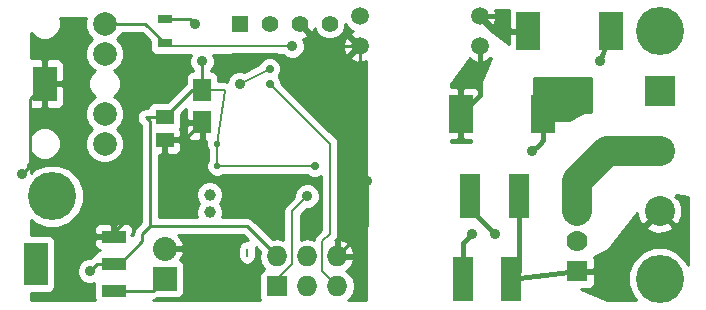
<source format=gbl>
%FSLAX34Y34*%
G04 Gerber Fmt 3.4, Leading zero omitted, Abs format*
G04 (created by PCBNEW (2014-jan-25)-product) date Thu 28 May 2015 05:52:09 PM EDT*
%MOIN*%
G01*
G70*
G90*
G04 APERTURE LIST*
%ADD10C,0.005906*%
%ADD11R,0.059000X0.051200*%
%ADD12R,0.059100X0.076800*%
%ADD13R,0.070900X0.145700*%
%ADD14R,0.100000X0.100000*%
%ADD15C,0.100000*%
%ADD16R,0.078740X0.118110*%
%ADD17C,0.078740*%
%ADD18R,0.055000X0.055000*%
%ADD19C,0.055000*%
%ADD20R,0.068000X0.068000*%
%ADD21O,0.068000X0.068000*%
%ADD22R,0.047200X0.031500*%
%ADD23R,0.078700X0.126000*%
%ADD24R,0.080000X0.144000*%
%ADD25R,0.080000X0.040000*%
%ADD26C,0.070000*%
%ADD27R,0.070000X0.070000*%
%ADD28C,0.059055*%
%ADD29C,0.039400*%
%ADD30R,0.080000X0.080000*%
%ADD31O,0.080000X0.080000*%
%ADD32C,0.160000*%
%ADD33C,0.035000*%
%ADD34C,0.022000*%
%ADD35C,0.028000*%
%ADD36C,0.007992*%
%ADD37C,0.010000*%
%ADD38C,0.015748*%
%ADD39C,0.098425*%
G04 APERTURE END LIST*
G54D10*
G54D11*
X38250Y-57875D03*
X38250Y-57125D03*
G54D12*
X39500Y-57285D03*
X39500Y-56215D03*
G54D13*
X49807Y-62500D03*
X48193Y-62500D03*
X50057Y-59750D03*
X48443Y-59750D03*
G54D14*
X54750Y-56250D03*
G54D15*
X54750Y-58250D03*
X54750Y-60250D03*
G54D16*
X34250Y-56000D03*
G54D17*
X36250Y-55000D03*
X36250Y-54000D03*
X36250Y-57000D03*
X36250Y-58000D03*
G54D18*
X40750Y-54000D03*
G54D19*
X41750Y-54000D03*
X42750Y-54000D03*
X43750Y-54000D03*
G54D20*
X42000Y-62750D03*
G54D21*
X43000Y-62750D03*
X44000Y-62750D03*
X44000Y-61750D03*
X43000Y-61750D03*
X42000Y-61750D03*
G54D22*
X38250Y-54644D03*
X38250Y-53856D03*
G54D23*
X53128Y-54250D03*
X50372Y-54250D03*
X50878Y-57000D03*
X48122Y-57000D03*
G54D24*
X33950Y-62000D03*
G54D25*
X36550Y-62000D03*
X36550Y-62900D03*
X36550Y-61100D03*
G54D26*
X52000Y-60250D03*
X52000Y-61250D03*
G54D27*
X52000Y-62250D03*
G54D28*
X48750Y-53750D03*
X48750Y-54750D03*
X44750Y-54750D03*
X44750Y-53750D03*
G54D29*
X39750Y-59705D03*
X39750Y-60295D03*
G54D30*
X38250Y-62500D03*
G54D31*
X38250Y-61500D03*
G54D32*
X34500Y-59750D03*
X54750Y-62500D03*
X54750Y-54250D03*
G54D33*
X45000Y-59250D03*
X44000Y-56000D03*
X37250Y-60250D03*
X38250Y-60000D03*
X33500Y-59000D03*
G54D34*
X39250Y-58750D03*
X33750Y-58750D03*
X41250Y-60000D03*
X41000Y-62250D03*
X40250Y-55250D03*
X38750Y-55250D03*
X37000Y-59000D03*
G54D35*
X43250Y-58742D03*
G54D33*
X39500Y-55250D03*
X39250Y-54000D03*
X35750Y-62250D03*
G54D34*
X40000Y-58000D03*
X40000Y-58750D03*
G54D33*
X48500Y-61000D03*
X49250Y-61000D03*
X50500Y-58250D03*
X52750Y-55250D03*
G54D35*
X41750Y-56000D03*
G54D33*
X40750Y-56000D03*
G54D35*
X41750Y-55500D03*
G54D33*
X42500Y-54750D03*
X43000Y-59750D03*
G54D36*
X41000Y-61750D02*
X41000Y-61500D01*
G54D37*
X44000Y-61750D02*
X45000Y-60750D01*
X45000Y-60750D02*
X45000Y-59250D01*
X42750Y-54000D02*
X43500Y-54750D01*
X43500Y-54750D02*
X44750Y-54750D01*
X44750Y-54750D02*
X44750Y-55250D01*
X44750Y-55250D02*
X44000Y-56000D01*
X37250Y-60250D02*
X36550Y-60950D01*
X36550Y-60950D02*
X36550Y-61100D01*
X38250Y-57875D02*
X38250Y-60000D01*
X38250Y-57875D02*
X38910Y-57875D01*
X38910Y-57875D02*
X39500Y-57285D01*
X33750Y-56500D02*
X34250Y-56000D01*
X33750Y-58750D02*
X33750Y-56500D01*
X33500Y-59000D02*
X33750Y-58750D01*
G54D36*
X38750Y-61500D02*
X38250Y-61500D01*
X39500Y-62250D02*
X41000Y-62250D01*
X38750Y-61500D02*
X39500Y-62250D01*
X41750Y-60000D02*
X41250Y-60000D01*
X40750Y-60000D02*
X40000Y-59250D01*
X40000Y-59250D02*
X39000Y-59250D01*
X39000Y-59250D02*
X38250Y-60000D01*
X41250Y-60000D02*
X40750Y-60000D01*
X42750Y-55500D02*
X42500Y-55500D01*
X42500Y-55500D02*
X42000Y-55000D01*
X42000Y-55000D02*
X40500Y-55000D01*
X40500Y-55000D02*
X40250Y-55250D01*
X38750Y-55250D02*
X38000Y-56000D01*
X38000Y-56000D02*
X37750Y-56000D01*
X37750Y-56000D02*
X37000Y-56750D01*
X37000Y-56750D02*
X37000Y-59000D01*
X43500Y-54750D02*
X42750Y-55500D01*
X40215Y-56215D02*
X39500Y-56215D01*
X40250Y-56250D02*
X40215Y-56215D01*
X40000Y-58000D02*
X40250Y-56250D01*
X40000Y-58750D02*
X43250Y-58750D01*
X43250Y-58750D02*
X43250Y-58742D01*
G54D37*
X38250Y-57125D02*
X37625Y-57125D01*
X37750Y-57250D02*
X37750Y-60750D01*
X37625Y-57125D02*
X37750Y-57250D01*
X36550Y-62000D02*
X36750Y-62000D01*
X36750Y-62000D02*
X37500Y-61250D01*
X37500Y-61250D02*
X37500Y-61000D01*
X37500Y-61000D02*
X37750Y-60750D01*
X41000Y-60750D02*
X42000Y-61750D01*
X37750Y-60750D02*
X41000Y-60750D01*
X39500Y-55250D02*
X39500Y-56215D01*
X39106Y-53856D02*
X38250Y-53856D01*
X39250Y-54000D02*
X39106Y-53856D01*
X39500Y-56215D02*
X39160Y-56215D01*
X39160Y-56215D02*
X38250Y-57125D01*
X36000Y-62000D02*
X36550Y-62000D01*
X35750Y-62250D02*
X36000Y-62000D01*
G54D36*
X40000Y-58750D02*
X40000Y-58000D01*
G54D38*
X50057Y-62250D02*
X50057Y-59750D01*
X49807Y-62500D02*
X50057Y-62250D01*
X52000Y-62250D02*
X49807Y-62500D01*
X48193Y-61307D02*
X48500Y-61000D01*
X48193Y-62500D02*
X48193Y-61307D01*
X48443Y-60193D02*
X48443Y-59750D01*
X49250Y-61000D02*
X48443Y-60193D01*
X50878Y-57872D02*
X50878Y-57000D01*
X50500Y-58250D02*
X50750Y-58000D01*
X50750Y-58000D02*
X50878Y-57872D01*
X52750Y-55250D02*
X53128Y-54250D01*
G54D39*
X52000Y-59250D02*
X53000Y-58250D01*
X53000Y-58250D02*
X54750Y-58250D01*
X52000Y-60250D02*
X52000Y-59250D01*
G54D36*
X43500Y-57750D02*
X43750Y-58000D01*
X43750Y-61000D02*
X43500Y-61250D01*
X43750Y-58000D02*
X43750Y-61000D01*
X43500Y-62250D02*
X44000Y-62750D01*
X43500Y-61250D02*
X43500Y-62250D01*
X41750Y-56000D02*
X43500Y-57750D01*
X40750Y-56000D02*
X41750Y-55500D01*
X42500Y-54750D02*
X38356Y-54750D01*
X38356Y-54750D02*
X38250Y-54644D01*
G54D37*
X36250Y-54000D02*
X37606Y-54000D01*
X37606Y-54000D02*
X38250Y-54644D01*
G54D36*
X42000Y-62750D02*
X42000Y-62500D01*
X42000Y-62500D02*
X42500Y-62000D01*
X42500Y-62000D02*
X42500Y-60250D01*
X42500Y-60250D02*
X43000Y-59750D01*
G54D37*
X36550Y-62900D02*
X37850Y-62900D01*
X37850Y-62900D02*
X38250Y-62500D01*
G54D38*
X49250Y-53750D02*
X48750Y-53750D01*
X50372Y-54250D02*
X49750Y-54250D01*
X49750Y-54250D02*
X49250Y-53750D01*
X48750Y-54750D02*
X48750Y-56372D01*
X48750Y-56372D02*
X48122Y-57000D01*
G54D10*
G36*
X39200Y-55581D02*
X39154Y-55581D01*
X39062Y-55619D01*
X38992Y-55689D01*
X38954Y-55781D01*
X38954Y-55880D01*
X38954Y-55998D01*
X38947Y-56002D01*
X38331Y-56619D01*
X37905Y-56619D01*
X37813Y-56657D01*
X37743Y-56727D01*
X37705Y-56819D01*
X37705Y-56825D01*
X37625Y-56825D01*
X37510Y-56847D01*
X37412Y-56912D01*
X37347Y-57010D01*
X37325Y-57125D01*
X37347Y-57239D01*
X37412Y-57337D01*
X37450Y-57374D01*
X37450Y-60625D01*
X37287Y-60787D01*
X37222Y-60885D01*
X37200Y-61000D01*
X37200Y-61049D01*
X37137Y-61049D01*
X37200Y-60987D01*
X37200Y-60850D01*
X37161Y-60758D01*
X37091Y-60688D01*
X36999Y-60650D01*
X36900Y-60650D01*
X36662Y-60650D01*
X36600Y-60712D01*
X36600Y-61050D01*
X36607Y-61050D01*
X36607Y-61150D01*
X36600Y-61150D01*
X36600Y-61157D01*
X36500Y-61157D01*
X36500Y-61150D01*
X36500Y-61050D01*
X36500Y-60712D01*
X36437Y-60650D01*
X36199Y-60650D01*
X36100Y-60650D01*
X36008Y-60688D01*
X35938Y-60758D01*
X35900Y-60850D01*
X35900Y-60987D01*
X35962Y-61050D01*
X36500Y-61050D01*
X36500Y-61150D01*
X35962Y-61150D01*
X35900Y-61212D01*
X35900Y-61349D01*
X35938Y-61441D01*
X36008Y-61511D01*
X36100Y-61550D01*
X36008Y-61588D01*
X35938Y-61658D01*
X35913Y-61717D01*
X35885Y-61722D01*
X35846Y-61748D01*
X35787Y-61787D01*
X35750Y-61825D01*
X35665Y-61824D01*
X35509Y-61889D01*
X35389Y-62008D01*
X35325Y-62165D01*
X35324Y-62334D01*
X35389Y-62490D01*
X35508Y-62610D01*
X35665Y-62674D01*
X35834Y-62675D01*
X35901Y-62647D01*
X35900Y-62650D01*
X35900Y-62749D01*
X35900Y-63149D01*
X35920Y-63200D01*
X33800Y-63200D01*
X33800Y-62970D01*
X34399Y-62970D01*
X34491Y-62931D01*
X34561Y-62861D01*
X34600Y-62769D01*
X34600Y-62670D01*
X34600Y-61230D01*
X34561Y-61138D01*
X34491Y-61068D01*
X34399Y-61030D01*
X34300Y-61030D01*
X33800Y-61030D01*
X33800Y-60534D01*
X33904Y-60639D01*
X34290Y-60799D01*
X34707Y-60800D01*
X35094Y-60640D01*
X35389Y-60345D01*
X35549Y-59959D01*
X35550Y-59542D01*
X35390Y-59155D01*
X35095Y-58860D01*
X34893Y-58776D01*
X34893Y-56640D01*
X34893Y-56540D01*
X34893Y-56112D01*
X34893Y-55887D01*
X34893Y-55459D01*
X34893Y-55359D01*
X34855Y-55267D01*
X34785Y-55197D01*
X34693Y-55159D01*
X34362Y-55159D01*
X34300Y-55221D01*
X34300Y-55950D01*
X34831Y-55950D01*
X34893Y-55887D01*
X34893Y-56112D01*
X34831Y-56050D01*
X34300Y-56050D01*
X34300Y-56778D01*
X34362Y-56840D01*
X34693Y-56840D01*
X34785Y-56802D01*
X34855Y-56732D01*
X34893Y-56640D01*
X34893Y-58776D01*
X34709Y-58700D01*
X34292Y-58699D01*
X33905Y-58859D01*
X33800Y-58965D01*
X33800Y-58321D01*
X33940Y-58461D01*
X34141Y-58545D01*
X34357Y-58545D01*
X34558Y-58462D01*
X34711Y-58309D01*
X34795Y-58108D01*
X34795Y-57892D01*
X34712Y-57691D01*
X34559Y-57538D01*
X34358Y-57454D01*
X34142Y-57454D01*
X33941Y-57537D01*
X33800Y-57678D01*
X33800Y-56837D01*
X33806Y-56840D01*
X34137Y-56840D01*
X34200Y-56778D01*
X34200Y-56050D01*
X34192Y-56050D01*
X34192Y-55950D01*
X34200Y-55950D01*
X34200Y-55221D01*
X34137Y-55159D01*
X33806Y-55159D01*
X33800Y-55162D01*
X33800Y-54321D01*
X33940Y-54461D01*
X34141Y-54545D01*
X34357Y-54545D01*
X34558Y-54462D01*
X34711Y-54309D01*
X34795Y-54108D01*
X34795Y-53892D01*
X34757Y-53800D01*
X35636Y-53800D01*
X35606Y-53871D01*
X35606Y-54127D01*
X35703Y-54364D01*
X35839Y-54500D01*
X35704Y-54634D01*
X35606Y-54871D01*
X35606Y-55127D01*
X35703Y-55364D01*
X35884Y-55545D01*
X35919Y-55559D01*
X35788Y-55690D01*
X35704Y-55891D01*
X35704Y-56107D01*
X35787Y-56308D01*
X35919Y-56440D01*
X35885Y-56453D01*
X35704Y-56634D01*
X35606Y-56871D01*
X35606Y-57127D01*
X35703Y-57364D01*
X35839Y-57500D01*
X35704Y-57634D01*
X35606Y-57871D01*
X35606Y-58127D01*
X35703Y-58364D01*
X35884Y-58545D01*
X36121Y-58643D01*
X36377Y-58643D01*
X36614Y-58546D01*
X36795Y-58365D01*
X36893Y-58128D01*
X36893Y-57872D01*
X36796Y-57635D01*
X36660Y-57499D01*
X36795Y-57365D01*
X36893Y-57128D01*
X36893Y-56872D01*
X36796Y-56635D01*
X36615Y-56454D01*
X36580Y-56440D01*
X36711Y-56309D01*
X36795Y-56108D01*
X36795Y-55892D01*
X36712Y-55691D01*
X36580Y-55559D01*
X36614Y-55546D01*
X36795Y-55365D01*
X36893Y-55128D01*
X36893Y-54872D01*
X36796Y-54635D01*
X36660Y-54499D01*
X36795Y-54365D01*
X36822Y-54300D01*
X37481Y-54300D01*
X37764Y-54582D01*
X37764Y-54851D01*
X37802Y-54943D01*
X37872Y-55013D01*
X37964Y-55051D01*
X38063Y-55051D01*
X38535Y-55051D01*
X38563Y-55039D01*
X39127Y-55039D01*
X39075Y-55165D01*
X39074Y-55334D01*
X39139Y-55490D01*
X39200Y-55551D01*
X39200Y-55581D01*
X39200Y-55581D01*
G37*
G54D37*
X39200Y-55581D02*
X39154Y-55581D01*
X39062Y-55619D01*
X38992Y-55689D01*
X38954Y-55781D01*
X38954Y-55880D01*
X38954Y-55998D01*
X38947Y-56002D01*
X38331Y-56619D01*
X37905Y-56619D01*
X37813Y-56657D01*
X37743Y-56727D01*
X37705Y-56819D01*
X37705Y-56825D01*
X37625Y-56825D01*
X37510Y-56847D01*
X37412Y-56912D01*
X37347Y-57010D01*
X37325Y-57125D01*
X37347Y-57239D01*
X37412Y-57337D01*
X37450Y-57374D01*
X37450Y-60625D01*
X37287Y-60787D01*
X37222Y-60885D01*
X37200Y-61000D01*
X37200Y-61049D01*
X37137Y-61049D01*
X37200Y-60987D01*
X37200Y-60850D01*
X37161Y-60758D01*
X37091Y-60688D01*
X36999Y-60650D01*
X36900Y-60650D01*
X36662Y-60650D01*
X36600Y-60712D01*
X36600Y-61050D01*
X36607Y-61050D01*
X36607Y-61150D01*
X36600Y-61150D01*
X36600Y-61157D01*
X36500Y-61157D01*
X36500Y-61150D01*
X36500Y-61050D01*
X36500Y-60712D01*
X36437Y-60650D01*
X36199Y-60650D01*
X36100Y-60650D01*
X36008Y-60688D01*
X35938Y-60758D01*
X35900Y-60850D01*
X35900Y-60987D01*
X35962Y-61050D01*
X36500Y-61050D01*
X36500Y-61150D01*
X35962Y-61150D01*
X35900Y-61212D01*
X35900Y-61349D01*
X35938Y-61441D01*
X36008Y-61511D01*
X36100Y-61550D01*
X36008Y-61588D01*
X35938Y-61658D01*
X35913Y-61717D01*
X35885Y-61722D01*
X35846Y-61748D01*
X35787Y-61787D01*
X35750Y-61825D01*
X35665Y-61824D01*
X35509Y-61889D01*
X35389Y-62008D01*
X35325Y-62165D01*
X35324Y-62334D01*
X35389Y-62490D01*
X35508Y-62610D01*
X35665Y-62674D01*
X35834Y-62675D01*
X35901Y-62647D01*
X35900Y-62650D01*
X35900Y-62749D01*
X35900Y-63149D01*
X35920Y-63200D01*
X33800Y-63200D01*
X33800Y-62970D01*
X34399Y-62970D01*
X34491Y-62931D01*
X34561Y-62861D01*
X34600Y-62769D01*
X34600Y-62670D01*
X34600Y-61230D01*
X34561Y-61138D01*
X34491Y-61068D01*
X34399Y-61030D01*
X34300Y-61030D01*
X33800Y-61030D01*
X33800Y-60534D01*
X33904Y-60639D01*
X34290Y-60799D01*
X34707Y-60800D01*
X35094Y-60640D01*
X35389Y-60345D01*
X35549Y-59959D01*
X35550Y-59542D01*
X35390Y-59155D01*
X35095Y-58860D01*
X34893Y-58776D01*
X34893Y-56640D01*
X34893Y-56540D01*
X34893Y-56112D01*
X34893Y-55887D01*
X34893Y-55459D01*
X34893Y-55359D01*
X34855Y-55267D01*
X34785Y-55197D01*
X34693Y-55159D01*
X34362Y-55159D01*
X34300Y-55221D01*
X34300Y-55950D01*
X34831Y-55950D01*
X34893Y-55887D01*
X34893Y-56112D01*
X34831Y-56050D01*
X34300Y-56050D01*
X34300Y-56778D01*
X34362Y-56840D01*
X34693Y-56840D01*
X34785Y-56802D01*
X34855Y-56732D01*
X34893Y-56640D01*
X34893Y-58776D01*
X34709Y-58700D01*
X34292Y-58699D01*
X33905Y-58859D01*
X33800Y-58965D01*
X33800Y-58321D01*
X33940Y-58461D01*
X34141Y-58545D01*
X34357Y-58545D01*
X34558Y-58462D01*
X34711Y-58309D01*
X34795Y-58108D01*
X34795Y-57892D01*
X34712Y-57691D01*
X34559Y-57538D01*
X34358Y-57454D01*
X34142Y-57454D01*
X33941Y-57537D01*
X33800Y-57678D01*
X33800Y-56837D01*
X33806Y-56840D01*
X34137Y-56840D01*
X34200Y-56778D01*
X34200Y-56050D01*
X34192Y-56050D01*
X34192Y-55950D01*
X34200Y-55950D01*
X34200Y-55221D01*
X34137Y-55159D01*
X33806Y-55159D01*
X33800Y-55162D01*
X33800Y-54321D01*
X33940Y-54461D01*
X34141Y-54545D01*
X34357Y-54545D01*
X34558Y-54462D01*
X34711Y-54309D01*
X34795Y-54108D01*
X34795Y-53892D01*
X34757Y-53800D01*
X35636Y-53800D01*
X35606Y-53871D01*
X35606Y-54127D01*
X35703Y-54364D01*
X35839Y-54500D01*
X35704Y-54634D01*
X35606Y-54871D01*
X35606Y-55127D01*
X35703Y-55364D01*
X35884Y-55545D01*
X35919Y-55559D01*
X35788Y-55690D01*
X35704Y-55891D01*
X35704Y-56107D01*
X35787Y-56308D01*
X35919Y-56440D01*
X35885Y-56453D01*
X35704Y-56634D01*
X35606Y-56871D01*
X35606Y-57127D01*
X35703Y-57364D01*
X35839Y-57500D01*
X35704Y-57634D01*
X35606Y-57871D01*
X35606Y-58127D01*
X35703Y-58364D01*
X35884Y-58545D01*
X36121Y-58643D01*
X36377Y-58643D01*
X36614Y-58546D01*
X36795Y-58365D01*
X36893Y-58128D01*
X36893Y-57872D01*
X36796Y-57635D01*
X36660Y-57499D01*
X36795Y-57365D01*
X36893Y-57128D01*
X36893Y-56872D01*
X36796Y-56635D01*
X36615Y-56454D01*
X36580Y-56440D01*
X36711Y-56309D01*
X36795Y-56108D01*
X36795Y-55892D01*
X36712Y-55691D01*
X36580Y-55559D01*
X36614Y-55546D01*
X36795Y-55365D01*
X36893Y-55128D01*
X36893Y-54872D01*
X36796Y-54635D01*
X36660Y-54499D01*
X36795Y-54365D01*
X36822Y-54300D01*
X37481Y-54300D01*
X37764Y-54582D01*
X37764Y-54851D01*
X37802Y-54943D01*
X37872Y-55013D01*
X37964Y-55051D01*
X38063Y-55051D01*
X38535Y-55051D01*
X38563Y-55039D01*
X39127Y-55039D01*
X39075Y-55165D01*
X39074Y-55334D01*
X39139Y-55490D01*
X39200Y-55551D01*
X39200Y-55581D01*
G54D10*
G36*
X41579Y-62172D02*
X41518Y-62198D01*
X41448Y-62268D01*
X41410Y-62360D01*
X41410Y-62459D01*
X41410Y-63139D01*
X41434Y-63200D01*
X37850Y-63200D01*
X37850Y-63199D01*
X37964Y-63177D01*
X37964Y-63177D01*
X38005Y-63150D01*
X38005Y-63150D01*
X38699Y-63150D01*
X38791Y-63111D01*
X38861Y-63041D01*
X38900Y-62949D01*
X38900Y-62850D01*
X38900Y-62050D01*
X38861Y-61958D01*
X38791Y-61888D01*
X38776Y-61881D01*
X38776Y-61881D01*
X38882Y-61650D01*
X38835Y-61550D01*
X38300Y-61550D01*
X38300Y-61557D01*
X38200Y-61557D01*
X38200Y-61550D01*
X38192Y-61550D01*
X38192Y-61450D01*
X38200Y-61450D01*
X38200Y-61442D01*
X38300Y-61442D01*
X38300Y-61450D01*
X38835Y-61450D01*
X38882Y-61349D01*
X38776Y-61118D01*
X38702Y-61050D01*
X40875Y-61050D01*
X41044Y-61218D01*
X41000Y-61210D01*
X40889Y-61232D01*
X40794Y-61294D01*
X40732Y-61389D01*
X40710Y-61500D01*
X40710Y-61750D01*
X40732Y-61860D01*
X40794Y-61955D01*
X40889Y-62017D01*
X41000Y-62039D01*
X41110Y-62017D01*
X41205Y-61955D01*
X41267Y-61860D01*
X41289Y-61750D01*
X41289Y-61500D01*
X41281Y-61455D01*
X41427Y-61602D01*
X41398Y-61750D01*
X41443Y-61975D01*
X41571Y-62167D01*
X41579Y-62172D01*
X41579Y-62172D01*
G37*
G54D37*
X41579Y-62172D02*
X41518Y-62198D01*
X41448Y-62268D01*
X41410Y-62360D01*
X41410Y-62459D01*
X41410Y-63139D01*
X41434Y-63200D01*
X37850Y-63200D01*
X37850Y-63199D01*
X37964Y-63177D01*
X37964Y-63177D01*
X38005Y-63150D01*
X38005Y-63150D01*
X38699Y-63150D01*
X38791Y-63111D01*
X38861Y-63041D01*
X38900Y-62949D01*
X38900Y-62850D01*
X38900Y-62050D01*
X38861Y-61958D01*
X38791Y-61888D01*
X38776Y-61881D01*
X38776Y-61881D01*
X38882Y-61650D01*
X38835Y-61550D01*
X38300Y-61550D01*
X38300Y-61557D01*
X38200Y-61557D01*
X38200Y-61550D01*
X38192Y-61550D01*
X38192Y-61450D01*
X38200Y-61450D01*
X38200Y-61442D01*
X38300Y-61442D01*
X38300Y-61450D01*
X38835Y-61450D01*
X38882Y-61349D01*
X38776Y-61118D01*
X38702Y-61050D01*
X40875Y-61050D01*
X41044Y-61218D01*
X41000Y-61210D01*
X40889Y-61232D01*
X40794Y-61294D01*
X40732Y-61389D01*
X40710Y-61500D01*
X40710Y-61750D01*
X40732Y-61860D01*
X40794Y-61955D01*
X40889Y-62017D01*
X41000Y-62039D01*
X41110Y-62017D01*
X41205Y-61955D01*
X41267Y-61860D01*
X41289Y-61750D01*
X41289Y-61500D01*
X41281Y-61455D01*
X41427Y-61602D01*
X41398Y-61750D01*
X41443Y-61975D01*
X41571Y-62167D01*
X41579Y-62172D01*
G54D10*
G36*
X43460Y-60879D02*
X43294Y-61044D01*
X43232Y-61139D01*
X43219Y-61201D01*
X43011Y-61160D01*
X42988Y-61160D01*
X42789Y-61199D01*
X42789Y-60370D01*
X42985Y-60174D01*
X43084Y-60175D01*
X43240Y-60110D01*
X43360Y-59991D01*
X43424Y-59834D01*
X43425Y-59665D01*
X43360Y-59509D01*
X43241Y-59389D01*
X43084Y-59325D01*
X42915Y-59324D01*
X42759Y-59389D01*
X42639Y-59508D01*
X42575Y-59665D01*
X42574Y-59764D01*
X42294Y-60044D01*
X42232Y-60139D01*
X42210Y-60250D01*
X42210Y-61199D01*
X42011Y-61160D01*
X41988Y-61160D01*
X41859Y-61185D01*
X41212Y-60537D01*
X41114Y-60472D01*
X41000Y-60450D01*
X40169Y-60450D01*
X40196Y-60384D01*
X40197Y-60206D01*
X40129Y-60042D01*
X40087Y-60000D01*
X40128Y-59958D01*
X40196Y-59794D01*
X40197Y-59616D01*
X40129Y-59452D01*
X40003Y-59326D01*
X39839Y-59258D01*
X39661Y-59257D01*
X39497Y-59325D01*
X39450Y-59372D01*
X39450Y-57856D01*
X39450Y-57335D01*
X39017Y-57335D01*
X38954Y-57397D01*
X38954Y-57718D01*
X38992Y-57810D01*
X39062Y-57880D01*
X39154Y-57919D01*
X39254Y-57919D01*
X39387Y-57919D01*
X39450Y-57856D01*
X39450Y-59372D01*
X39371Y-59451D01*
X39303Y-59615D01*
X39302Y-59793D01*
X39370Y-59957D01*
X39412Y-59999D01*
X39371Y-60041D01*
X39303Y-60205D01*
X39302Y-60383D01*
X39330Y-60450D01*
X38795Y-60450D01*
X38795Y-58180D01*
X38795Y-57987D01*
X38732Y-57925D01*
X38300Y-57925D01*
X38300Y-58318D01*
X38362Y-58381D01*
X38495Y-58381D01*
X38594Y-58381D01*
X38686Y-58342D01*
X38756Y-58272D01*
X38795Y-58180D01*
X38795Y-60450D01*
X38050Y-60450D01*
X38050Y-58381D01*
X38137Y-58381D01*
X38200Y-58318D01*
X38200Y-57925D01*
X38192Y-57925D01*
X38192Y-57825D01*
X38200Y-57825D01*
X38200Y-57817D01*
X38300Y-57817D01*
X38300Y-57825D01*
X38732Y-57825D01*
X38795Y-57762D01*
X38795Y-57569D01*
X38766Y-57500D01*
X38795Y-57430D01*
X38795Y-57331D01*
X38795Y-57004D01*
X38959Y-56840D01*
X38954Y-56851D01*
X38954Y-57172D01*
X39017Y-57235D01*
X39450Y-57235D01*
X39450Y-57227D01*
X39550Y-57227D01*
X39550Y-57235D01*
X39557Y-57235D01*
X39557Y-57335D01*
X39550Y-57335D01*
X39550Y-57856D01*
X39612Y-57919D01*
X39643Y-57919D01*
X39640Y-57928D01*
X39639Y-58071D01*
X39694Y-58203D01*
X39710Y-58219D01*
X39710Y-58530D01*
X39694Y-58545D01*
X39640Y-58678D01*
X39639Y-58821D01*
X39694Y-58953D01*
X39795Y-59055D01*
X39928Y-59109D01*
X40071Y-59110D01*
X40203Y-59055D01*
X40219Y-59039D01*
X42996Y-59039D01*
X43028Y-59072D01*
X43172Y-59132D01*
X43327Y-59132D01*
X43460Y-59077D01*
X43460Y-60879D01*
X43460Y-60879D01*
G37*
G54D37*
X43460Y-60879D02*
X43294Y-61044D01*
X43232Y-61139D01*
X43219Y-61201D01*
X43011Y-61160D01*
X42988Y-61160D01*
X42789Y-61199D01*
X42789Y-60370D01*
X42985Y-60174D01*
X43084Y-60175D01*
X43240Y-60110D01*
X43360Y-59991D01*
X43424Y-59834D01*
X43425Y-59665D01*
X43360Y-59509D01*
X43241Y-59389D01*
X43084Y-59325D01*
X42915Y-59324D01*
X42759Y-59389D01*
X42639Y-59508D01*
X42575Y-59665D01*
X42574Y-59764D01*
X42294Y-60044D01*
X42232Y-60139D01*
X42210Y-60250D01*
X42210Y-61199D01*
X42011Y-61160D01*
X41988Y-61160D01*
X41859Y-61185D01*
X41212Y-60537D01*
X41114Y-60472D01*
X41000Y-60450D01*
X40169Y-60450D01*
X40196Y-60384D01*
X40197Y-60206D01*
X40129Y-60042D01*
X40087Y-60000D01*
X40128Y-59958D01*
X40196Y-59794D01*
X40197Y-59616D01*
X40129Y-59452D01*
X40003Y-59326D01*
X39839Y-59258D01*
X39661Y-59257D01*
X39497Y-59325D01*
X39450Y-59372D01*
X39450Y-57856D01*
X39450Y-57335D01*
X39017Y-57335D01*
X38954Y-57397D01*
X38954Y-57718D01*
X38992Y-57810D01*
X39062Y-57880D01*
X39154Y-57919D01*
X39254Y-57919D01*
X39387Y-57919D01*
X39450Y-57856D01*
X39450Y-59372D01*
X39371Y-59451D01*
X39303Y-59615D01*
X39302Y-59793D01*
X39370Y-59957D01*
X39412Y-59999D01*
X39371Y-60041D01*
X39303Y-60205D01*
X39302Y-60383D01*
X39330Y-60450D01*
X38795Y-60450D01*
X38795Y-58180D01*
X38795Y-57987D01*
X38732Y-57925D01*
X38300Y-57925D01*
X38300Y-58318D01*
X38362Y-58381D01*
X38495Y-58381D01*
X38594Y-58381D01*
X38686Y-58342D01*
X38756Y-58272D01*
X38795Y-58180D01*
X38795Y-60450D01*
X38050Y-60450D01*
X38050Y-58381D01*
X38137Y-58381D01*
X38200Y-58318D01*
X38200Y-57925D01*
X38192Y-57925D01*
X38192Y-57825D01*
X38200Y-57825D01*
X38200Y-57817D01*
X38300Y-57817D01*
X38300Y-57825D01*
X38732Y-57825D01*
X38795Y-57762D01*
X38795Y-57569D01*
X38766Y-57500D01*
X38795Y-57430D01*
X38795Y-57331D01*
X38795Y-57004D01*
X38959Y-56840D01*
X38954Y-56851D01*
X38954Y-57172D01*
X39017Y-57235D01*
X39450Y-57235D01*
X39450Y-57227D01*
X39550Y-57227D01*
X39550Y-57235D01*
X39557Y-57235D01*
X39557Y-57335D01*
X39550Y-57335D01*
X39550Y-57856D01*
X39612Y-57919D01*
X39643Y-57919D01*
X39640Y-57928D01*
X39639Y-58071D01*
X39694Y-58203D01*
X39710Y-58219D01*
X39710Y-58530D01*
X39694Y-58545D01*
X39640Y-58678D01*
X39639Y-58821D01*
X39694Y-58953D01*
X39795Y-59055D01*
X39928Y-59109D01*
X40071Y-59110D01*
X40203Y-59055D01*
X40219Y-59039D01*
X42996Y-59039D01*
X43028Y-59072D01*
X43172Y-59132D01*
X43327Y-59132D01*
X43460Y-59077D01*
X43460Y-60879D01*
G54D10*
G36*
X44950Y-63200D02*
X44379Y-63200D01*
X44428Y-63167D01*
X44556Y-62975D01*
X44601Y-62750D01*
X44556Y-62524D01*
X44428Y-62332D01*
X44301Y-62247D01*
X44349Y-62225D01*
X44504Y-62055D01*
X44572Y-61891D01*
X44572Y-61608D01*
X44504Y-61444D01*
X44349Y-61274D01*
X44141Y-61177D01*
X44050Y-61224D01*
X44050Y-61700D01*
X44525Y-61700D01*
X44572Y-61608D01*
X44572Y-61891D01*
X44525Y-61800D01*
X44050Y-61800D01*
X44050Y-61807D01*
X43950Y-61807D01*
X43950Y-61800D01*
X43942Y-61800D01*
X43942Y-61700D01*
X43950Y-61700D01*
X43950Y-61224D01*
X43940Y-61219D01*
X43955Y-61205D01*
X44017Y-61110D01*
X44039Y-61000D01*
X44039Y-58000D01*
X44017Y-57889D01*
X43955Y-57794D01*
X43705Y-57544D01*
X42140Y-55979D01*
X42140Y-55922D01*
X42080Y-55779D01*
X42051Y-55750D01*
X42080Y-55721D01*
X42139Y-55577D01*
X42140Y-55422D01*
X42080Y-55279D01*
X41971Y-55169D01*
X41827Y-55110D01*
X41672Y-55109D01*
X41529Y-55169D01*
X41419Y-55278D01*
X41386Y-55357D01*
X40898Y-55601D01*
X40834Y-55575D01*
X40665Y-55574D01*
X40509Y-55639D01*
X40389Y-55758D01*
X40325Y-55915D01*
X40325Y-55946D01*
X40215Y-55925D01*
X40045Y-55925D01*
X40045Y-55781D01*
X40007Y-55689D01*
X39937Y-55619D01*
X39845Y-55581D01*
X39800Y-55581D01*
X39800Y-55551D01*
X39860Y-55491D01*
X39924Y-55334D01*
X39925Y-55165D01*
X39873Y-55039D01*
X42188Y-55039D01*
X42258Y-55110D01*
X42415Y-55174D01*
X42584Y-55175D01*
X42740Y-55110D01*
X42860Y-54991D01*
X42924Y-54834D01*
X42925Y-54665D01*
X42864Y-54519D01*
X42882Y-54518D01*
X43022Y-54460D01*
X43047Y-54367D01*
X42750Y-54070D01*
X42744Y-54076D01*
X42673Y-54005D01*
X42679Y-54000D01*
X42673Y-53994D01*
X42744Y-53923D01*
X42750Y-53929D01*
X42755Y-53923D01*
X42826Y-53994D01*
X42820Y-54000D01*
X43117Y-54297D01*
X43210Y-54272D01*
X43249Y-54162D01*
X43304Y-54297D01*
X43452Y-54444D01*
X43645Y-54524D01*
X43853Y-54525D01*
X44047Y-54445D01*
X44194Y-54297D01*
X44274Y-54104D01*
X44274Y-54028D01*
X44287Y-54058D01*
X44440Y-54211D01*
X44525Y-54247D01*
X44464Y-54272D01*
X44438Y-54367D01*
X44750Y-54679D01*
X44755Y-54673D01*
X44826Y-54744D01*
X44820Y-54750D01*
X44826Y-54755D01*
X44755Y-54826D01*
X44750Y-54820D01*
X44679Y-54891D01*
X44679Y-54750D01*
X44367Y-54438D01*
X44272Y-54464D01*
X44199Y-54669D01*
X44210Y-54886D01*
X44272Y-55035D01*
X44367Y-55061D01*
X44679Y-54750D01*
X44679Y-54891D01*
X44438Y-55132D01*
X44464Y-55227D01*
X44669Y-55300D01*
X44886Y-55289D01*
X44950Y-55262D01*
X44950Y-63200D01*
X44950Y-63200D01*
G37*
G54D37*
X44950Y-63200D02*
X44379Y-63200D01*
X44428Y-63167D01*
X44556Y-62975D01*
X44601Y-62750D01*
X44556Y-62524D01*
X44428Y-62332D01*
X44301Y-62247D01*
X44349Y-62225D01*
X44504Y-62055D01*
X44572Y-61891D01*
X44572Y-61608D01*
X44504Y-61444D01*
X44349Y-61274D01*
X44141Y-61177D01*
X44050Y-61224D01*
X44050Y-61700D01*
X44525Y-61700D01*
X44572Y-61608D01*
X44572Y-61891D01*
X44525Y-61800D01*
X44050Y-61800D01*
X44050Y-61807D01*
X43950Y-61807D01*
X43950Y-61800D01*
X43942Y-61800D01*
X43942Y-61700D01*
X43950Y-61700D01*
X43950Y-61224D01*
X43940Y-61219D01*
X43955Y-61205D01*
X44017Y-61110D01*
X44039Y-61000D01*
X44039Y-58000D01*
X44017Y-57889D01*
X43955Y-57794D01*
X43705Y-57544D01*
X42140Y-55979D01*
X42140Y-55922D01*
X42080Y-55779D01*
X42051Y-55750D01*
X42080Y-55721D01*
X42139Y-55577D01*
X42140Y-55422D01*
X42080Y-55279D01*
X41971Y-55169D01*
X41827Y-55110D01*
X41672Y-55109D01*
X41529Y-55169D01*
X41419Y-55278D01*
X41386Y-55357D01*
X40898Y-55601D01*
X40834Y-55575D01*
X40665Y-55574D01*
X40509Y-55639D01*
X40389Y-55758D01*
X40325Y-55915D01*
X40325Y-55946D01*
X40215Y-55925D01*
X40045Y-55925D01*
X40045Y-55781D01*
X40007Y-55689D01*
X39937Y-55619D01*
X39845Y-55581D01*
X39800Y-55581D01*
X39800Y-55551D01*
X39860Y-55491D01*
X39924Y-55334D01*
X39925Y-55165D01*
X39873Y-55039D01*
X42188Y-55039D01*
X42258Y-55110D01*
X42415Y-55174D01*
X42584Y-55175D01*
X42740Y-55110D01*
X42860Y-54991D01*
X42924Y-54834D01*
X42925Y-54665D01*
X42864Y-54519D01*
X42882Y-54518D01*
X43022Y-54460D01*
X43047Y-54367D01*
X42750Y-54070D01*
X42744Y-54076D01*
X42673Y-54005D01*
X42679Y-54000D01*
X42673Y-53994D01*
X42744Y-53923D01*
X42750Y-53929D01*
X42755Y-53923D01*
X42826Y-53994D01*
X42820Y-54000D01*
X43117Y-54297D01*
X43210Y-54272D01*
X43249Y-54162D01*
X43304Y-54297D01*
X43452Y-54444D01*
X43645Y-54524D01*
X43853Y-54525D01*
X44047Y-54445D01*
X44194Y-54297D01*
X44274Y-54104D01*
X44274Y-54028D01*
X44287Y-54058D01*
X44440Y-54211D01*
X44525Y-54247D01*
X44464Y-54272D01*
X44438Y-54367D01*
X44750Y-54679D01*
X44755Y-54673D01*
X44826Y-54744D01*
X44820Y-54750D01*
X44826Y-54755D01*
X44755Y-54826D01*
X44750Y-54820D01*
X44679Y-54891D01*
X44679Y-54750D01*
X44367Y-54438D01*
X44272Y-54464D01*
X44199Y-54669D01*
X44210Y-54886D01*
X44272Y-55035D01*
X44367Y-55061D01*
X44679Y-54750D01*
X44679Y-54891D01*
X44438Y-55132D01*
X44464Y-55227D01*
X44669Y-55300D01*
X44886Y-55289D01*
X44950Y-55262D01*
X44950Y-63200D01*
G54D10*
G36*
X55700Y-62049D02*
X55640Y-61905D01*
X55503Y-61768D01*
X55345Y-61610D01*
X55209Y-61554D01*
X55209Y-60780D01*
X54750Y-60320D01*
X54290Y-60780D01*
X54341Y-60896D01*
X54620Y-61003D01*
X54918Y-60995D01*
X55158Y-60896D01*
X55209Y-60780D01*
X55209Y-61554D01*
X54959Y-61450D01*
X54542Y-61449D01*
X54155Y-61609D01*
X53860Y-61904D01*
X53700Y-62290D01*
X53699Y-62707D01*
X53859Y-63094D01*
X53965Y-63200D01*
X53009Y-63200D01*
X52134Y-62850D01*
X52399Y-62850D01*
X52491Y-62811D01*
X52561Y-62741D01*
X52600Y-62649D01*
X52600Y-62550D01*
X52600Y-62362D01*
X52537Y-62300D01*
X52050Y-62300D01*
X52050Y-62307D01*
X51950Y-62307D01*
X51950Y-62300D01*
X51942Y-62300D01*
X51942Y-62200D01*
X51950Y-62200D01*
X51950Y-62192D01*
X52050Y-62192D01*
X52050Y-62200D01*
X52537Y-62200D01*
X52600Y-62137D01*
X52600Y-61949D01*
X52600Y-61850D01*
X52567Y-61772D01*
X53032Y-61539D01*
X54001Y-60327D01*
X54004Y-60418D01*
X54103Y-60658D01*
X54219Y-60709D01*
X54679Y-60250D01*
X54673Y-60244D01*
X54744Y-60173D01*
X54750Y-60179D01*
X54755Y-60173D01*
X54826Y-60244D01*
X54820Y-60250D01*
X55280Y-60709D01*
X55396Y-60658D01*
X55503Y-60379D01*
X55495Y-60081D01*
X55396Y-59841D01*
X55280Y-59790D01*
X55325Y-59745D01*
X55306Y-59726D01*
X55700Y-59792D01*
X55700Y-62049D01*
X55700Y-62049D01*
G37*
G54D37*
X55700Y-62049D02*
X55640Y-61905D01*
X55503Y-61768D01*
X55345Y-61610D01*
X55209Y-61554D01*
X55209Y-60780D01*
X54750Y-60320D01*
X54290Y-60780D01*
X54341Y-60896D01*
X54620Y-61003D01*
X54918Y-60995D01*
X55158Y-60896D01*
X55209Y-60780D01*
X55209Y-61554D01*
X54959Y-61450D01*
X54542Y-61449D01*
X54155Y-61609D01*
X53860Y-61904D01*
X53700Y-62290D01*
X53699Y-62707D01*
X53859Y-63094D01*
X53965Y-63200D01*
X53009Y-63200D01*
X52134Y-62850D01*
X52399Y-62850D01*
X52491Y-62811D01*
X52561Y-62741D01*
X52600Y-62649D01*
X52600Y-62550D01*
X52600Y-62362D01*
X52537Y-62300D01*
X52050Y-62300D01*
X52050Y-62307D01*
X51950Y-62307D01*
X51950Y-62300D01*
X51942Y-62300D01*
X51942Y-62200D01*
X51950Y-62200D01*
X51950Y-62192D01*
X52050Y-62192D01*
X52050Y-62200D01*
X52537Y-62200D01*
X52600Y-62137D01*
X52600Y-61949D01*
X52600Y-61850D01*
X52567Y-61772D01*
X53032Y-61539D01*
X54001Y-60327D01*
X54004Y-60418D01*
X54103Y-60658D01*
X54219Y-60709D01*
X54679Y-60250D01*
X54673Y-60244D01*
X54744Y-60173D01*
X54750Y-60179D01*
X54755Y-60173D01*
X54826Y-60244D01*
X54820Y-60250D01*
X55280Y-60709D01*
X55396Y-60658D01*
X55503Y-60379D01*
X55495Y-60081D01*
X55396Y-59841D01*
X55280Y-59790D01*
X55325Y-59745D01*
X55306Y-59726D01*
X55700Y-59792D01*
X55700Y-62049D01*
G54D10*
G36*
X50429Y-54300D02*
X50422Y-54300D01*
X50422Y-54307D01*
X50322Y-54307D01*
X50322Y-54300D01*
X49791Y-54300D01*
X49728Y-54362D01*
X49728Y-54671D01*
X49052Y-54164D01*
X49061Y-54132D01*
X48847Y-53917D01*
X48894Y-53823D01*
X49132Y-54061D01*
X49227Y-54035D01*
X49300Y-53830D01*
X49289Y-53613D01*
X49262Y-53550D01*
X49736Y-53550D01*
X49728Y-53570D01*
X49728Y-53669D01*
X49728Y-54137D01*
X49791Y-54200D01*
X50322Y-54200D01*
X50322Y-54192D01*
X50422Y-54192D01*
X50422Y-54200D01*
X50429Y-54200D01*
X50429Y-54300D01*
X50429Y-54300D01*
G37*
G54D37*
X50429Y-54300D02*
X50422Y-54300D01*
X50422Y-54307D01*
X50322Y-54307D01*
X50322Y-54300D01*
X49791Y-54300D01*
X49728Y-54362D01*
X49728Y-54671D01*
X49052Y-54164D01*
X49061Y-54132D01*
X48847Y-53917D01*
X48894Y-53823D01*
X49132Y-54061D01*
X49227Y-54035D01*
X49300Y-53830D01*
X49289Y-53613D01*
X49262Y-53550D01*
X49736Y-53550D01*
X49728Y-53570D01*
X49728Y-53669D01*
X49728Y-54137D01*
X49791Y-54200D01*
X50322Y-54200D01*
X50322Y-54192D01*
X50422Y-54192D01*
X50422Y-54200D01*
X50429Y-54200D01*
X50429Y-54300D01*
G54D10*
G36*
X49128Y-55156D02*
X48686Y-56187D01*
X48657Y-56158D01*
X48565Y-56120D01*
X48234Y-56120D01*
X48172Y-56182D01*
X48172Y-56950D01*
X48179Y-56950D01*
X48179Y-57050D01*
X48172Y-57050D01*
X48172Y-57817D01*
X48234Y-57880D01*
X48450Y-57880D01*
X48450Y-57950D01*
X47800Y-57950D01*
X47800Y-57880D01*
X48009Y-57880D01*
X48072Y-57817D01*
X48072Y-57050D01*
X48064Y-57050D01*
X48064Y-56950D01*
X48072Y-56950D01*
X48072Y-56182D01*
X48009Y-56120D01*
X47800Y-56120D01*
X47800Y-56016D01*
X48445Y-55156D01*
X48464Y-55227D01*
X48669Y-55300D01*
X48886Y-55289D01*
X49035Y-55227D01*
X49061Y-55132D01*
X49107Y-55177D01*
X49128Y-55156D01*
X49128Y-55156D01*
G37*
G54D37*
X49128Y-55156D02*
X48686Y-56187D01*
X48657Y-56158D01*
X48565Y-56120D01*
X48234Y-56120D01*
X48172Y-56182D01*
X48172Y-56950D01*
X48179Y-56950D01*
X48179Y-57050D01*
X48172Y-57050D01*
X48172Y-57817D01*
X48234Y-57880D01*
X48450Y-57880D01*
X48450Y-57950D01*
X47800Y-57950D01*
X47800Y-57880D01*
X48009Y-57880D01*
X48072Y-57817D01*
X48072Y-57050D01*
X48064Y-57050D01*
X48064Y-56950D01*
X48072Y-56950D01*
X48072Y-56182D01*
X48009Y-56120D01*
X47800Y-56120D01*
X47800Y-56016D01*
X48445Y-55156D01*
X48464Y-55227D01*
X48669Y-55300D01*
X48886Y-55289D01*
X49035Y-55227D01*
X49061Y-55132D01*
X49107Y-55177D01*
X49128Y-55156D01*
G54D10*
G36*
X53185Y-54300D02*
X53178Y-54300D01*
X53178Y-54307D01*
X53078Y-54307D01*
X53078Y-54300D01*
X53070Y-54300D01*
X53070Y-54200D01*
X53078Y-54200D01*
X53078Y-54192D01*
X53178Y-54192D01*
X53178Y-54200D01*
X53185Y-54200D01*
X53185Y-54300D01*
X53185Y-54300D01*
G37*
G54D37*
X53185Y-54300D02*
X53178Y-54300D01*
X53178Y-54307D01*
X53078Y-54307D01*
X53078Y-54300D01*
X53070Y-54300D01*
X53070Y-54200D01*
X53078Y-54200D01*
X53078Y-54192D01*
X53178Y-54192D01*
X53178Y-54200D01*
X53185Y-54200D01*
X53185Y-54300D01*
G54D10*
G36*
X52450Y-56950D02*
X52238Y-56950D01*
X51738Y-57200D01*
X50550Y-57200D01*
X50550Y-55800D01*
X52450Y-55800D01*
X52450Y-56950D01*
X52450Y-56950D01*
G37*
G54D37*
X52450Y-56950D02*
X52238Y-56950D01*
X51738Y-57200D01*
X50550Y-57200D01*
X50550Y-55800D01*
X52450Y-55800D01*
X52450Y-56950D01*
M02*

</source>
